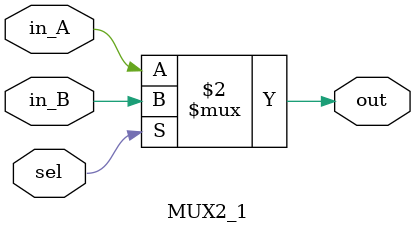
<source format=v>
module MUX2_1(in_A, in_B, sel, out);
    input in_A, in_B, sel;
    output out;

    assign out = (sel == 0)? in_A: in_B;
endmodule
</source>
